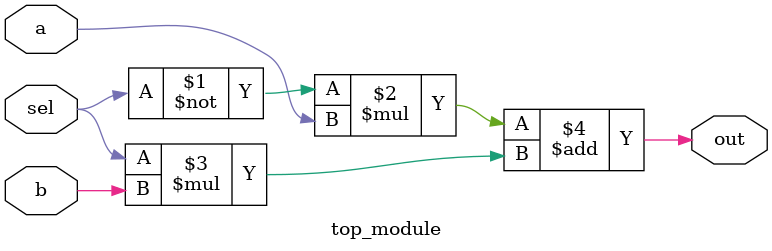
<source format=v>
module top_module( 
    input a, b, sel,
    output out ); 
    assign out=(~sel)*a+sel*b;
endmodule

</source>
